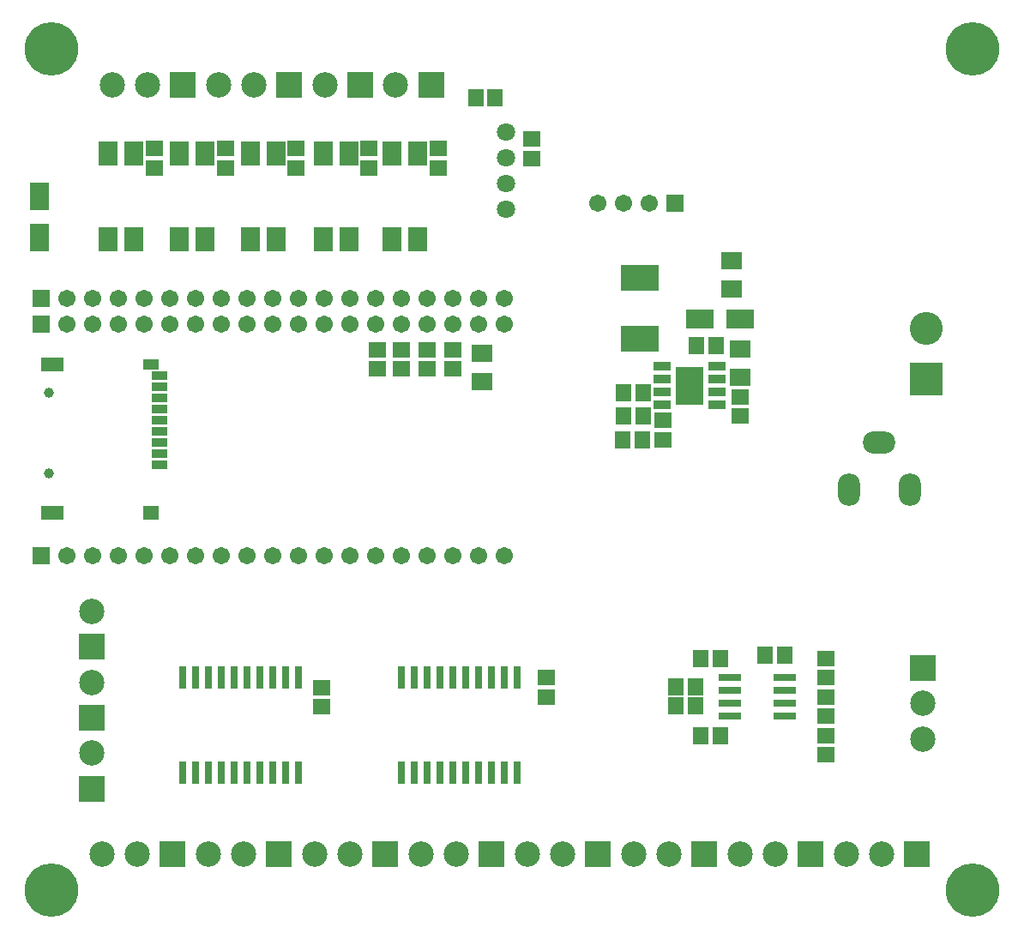
<source format=gbr>
G04 DipTrace 3.3.1.3*
G04 TopMask.gbr*
%MOIN*%
G04 #@! TF.FileFunction,Soldermask,Top*
G04 #@! TF.Part,Single*
%ADD55C,0.03937*%
%ADD65R,0.074929X0.106425*%
%ADD67R,0.031622X0.08674*%
%ADD69R,0.08674X0.031622*%
%ADD71R,0.11115X0.146189*%
%ADD73R,0.070992X0.032016*%
%ADD75C,0.098551*%
%ADD77R,0.098551X0.098551*%
%ADD79C,0.128*%
%ADD81R,0.128X0.128*%
%ADD83C,0.070992*%
%ADD85R,0.074929X0.094614*%
%ADD87C,0.208*%
%ADD89R,0.145795X0.10052*%
%ADD91O,0.12611X0.08674*%
%ADD93O,0.08674X0.12611*%
%ADD95R,0.063118X0.039496*%
%ADD97R,0.063118X0.055244*%
%ADD99R,0.08674X0.055244*%
%ADD101R,0.059181X0.035559*%
%ADD103C,0.067055*%
%ADD105R,0.067055X0.067055*%
%ADD107R,0.106425X0.074929*%
%ADD109R,0.067055X0.059181*%
%ADD111R,0.059181X0.067055*%
%ADD113R,0.078866X0.070992*%
%FSLAX26Y26*%
G04*
G70*
G90*
G75*
G01*
G04 TopMask*
%LPD*%
D113*
X3209200Y2633200D3*
Y2522964D3*
D111*
X3040200Y2646200D3*
X3115003D3*
D113*
X2206200Y2506200D3*
Y2616436D3*
D111*
X2832200Y2464200D3*
X2757397D3*
D109*
X2399949Y3449949D3*
Y3375146D3*
D113*
X3175966Y2866221D3*
Y2976457D3*
D111*
X3381200Y1443700D3*
X3306397D3*
D109*
X1581200Y1318700D3*
Y1243897D3*
X2456200Y1356200D3*
Y1281397D3*
D107*
X3053200Y2750200D3*
X3210680D3*
D105*
X493700Y2831200D3*
D103*
X593700D3*
X693700D3*
X793700D3*
X893700D3*
X993700D3*
X1093700D3*
X1193700D3*
X1293700D3*
X1393700D3*
X1493700D3*
X1593700D3*
X1693700D3*
X1793700D3*
X1893700D3*
X1993700D3*
X2093700D3*
X2193700D3*
X2293700D3*
D105*
X2956200Y3199949D3*
D103*
X2856200D3*
X2756200D3*
X2656200D3*
D105*
X493700Y2731200D3*
D103*
X593700D3*
X693700D3*
X793700D3*
X893700D3*
X993700D3*
X1093700D3*
X1193700D3*
X1293700D3*
X1393700D3*
X1493700D3*
X1593700D3*
X1693700D3*
X1793700D3*
X1893700D3*
X1993700D3*
X2093700D3*
X2193700D3*
X2293700D3*
D105*
X493700Y1831200D3*
D103*
X593700D3*
X693700D3*
X793700D3*
X893700D3*
X993700D3*
X1093700D3*
X1193700D3*
X1293700D3*
X1393700D3*
X1493700D3*
X1593700D3*
X1693700D3*
X1793700D3*
X1893700D3*
X1993700D3*
X2093700D3*
X2193700D3*
X2293700D3*
D101*
X952350Y2185402D3*
Y2228709D3*
Y2272016D3*
Y2315323D3*
Y2358630D3*
Y2401938D3*
Y2445245D3*
Y2488552D3*
Y2531859D3*
D99*
X536995Y1997213D3*
D97*
X918885D3*
D95*
Y2575166D3*
D99*
X536995D3*
D55*
X521247Y2464536D3*
Y2149575D3*
D93*
X3631889Y2086613D3*
X3868109D3*
D91*
X3749999Y2271653D3*
D89*
X2819754Y2672491D3*
Y2910680D3*
D87*
X531495Y531495D3*
X4114172D3*
Y3799212D3*
X531495D3*
D85*
X853838Y3393700D3*
X753838D3*
Y3059054D3*
X853838D3*
X1129428Y3393700D3*
X1029428D3*
Y3059054D3*
X1129428D3*
X1405019Y3393700D3*
X1305019D3*
Y3059054D3*
X1405019D3*
X1687794Y3393700D3*
X1587794D3*
Y3059054D3*
X1687794D3*
X1956200Y3393700D3*
X1856200D3*
Y3059054D3*
X1956200D3*
D83*
X2299901Y3177165D3*
Y3277165D3*
Y3377165D3*
Y3477165D3*
D109*
X3209200Y2373200D3*
Y2448003D3*
D111*
X2832200Y2373200D3*
X2757397D3*
X2754200Y2282200D3*
X2829003D3*
D109*
X2910200D3*
Y2357003D3*
D111*
X2181791Y3610235D3*
X2256594D3*
X3034842Y1321948D3*
X2960039D3*
X3131200Y1431200D3*
X3056397D3*
X3034842Y1246948D3*
X2960039D3*
X3131200Y1131200D3*
X3056397D3*
D109*
X932578Y3413385D3*
Y3338582D3*
X1208169Y3413385D3*
Y3338582D3*
X1483759Y3413385D3*
Y3338582D3*
X1766535Y3413385D3*
Y3338582D3*
X2034940Y3413385D3*
Y3338582D3*
X3543700Y1131200D3*
Y1056397D3*
Y1431200D3*
Y1356397D3*
X1993700Y2556200D3*
Y2631003D3*
X1893700Y2556200D3*
Y2631003D3*
X1799949Y2556200D3*
Y2631003D3*
X2093700Y2556200D3*
Y2631003D3*
X3543700Y1281200D3*
Y1206397D3*
D81*
X3931200Y2518700D3*
D79*
Y2715550D3*
D77*
X1043306Y3661417D3*
D75*
X905511D3*
X767716D3*
D77*
X1456692D3*
D75*
X1318897D3*
X1181102D3*
D77*
X1732283D3*
D75*
X1594487D3*
D77*
X2007873D3*
D75*
X1870078D3*
D77*
X3918700Y1393700D3*
D75*
Y1255905D3*
Y1118109D3*
D77*
X1830708Y669291D3*
D75*
X1692913D3*
X1555117D3*
D77*
X2244094D3*
D75*
X2106298D3*
X1968503D3*
D77*
X1003936D3*
D75*
X866141D3*
X728346D3*
D77*
X1417322D3*
D75*
X1279527D3*
X1141731D3*
D77*
X688976Y1200787D3*
D75*
Y1338582D3*
D77*
Y925196D3*
D75*
Y1062991D3*
D77*
X2657480Y669291D3*
D75*
X2519684D3*
X2381889D3*
D77*
X3070865D3*
D75*
X2933070D3*
X2795275D3*
D77*
X3484251D3*
D75*
X3346456D3*
X3208661D3*
D77*
X3897637D3*
D75*
X3759842D3*
X3622046D3*
D77*
X688976Y1476377D3*
D75*
Y1614172D3*
D73*
X2907245Y2566252D3*
Y2516252D3*
Y2466252D3*
Y2416252D3*
X3119843D3*
Y2466252D3*
Y2516252D3*
Y2566252D3*
D71*
X3013544Y2491252D3*
D69*
X3168700Y1356200D3*
Y1306200D3*
Y1256200D3*
Y1206200D3*
X3381298D3*
Y1256200D3*
Y1306200D3*
Y1356200D3*
D67*
X1493700D3*
X1443700D3*
X1393700D3*
X1343700D3*
X1293700D3*
X1243700D3*
X1193700D3*
X1143700D3*
X1093700D3*
X1043700D3*
Y986121D3*
X1093700D3*
X1143700D3*
X1193700D3*
X1243700D3*
X1293700D3*
X1343700D3*
X1393700D3*
X1443700D3*
X1493700D3*
X2343700Y1356200D3*
X2293700D3*
X2243700D3*
X2193700D3*
X2143700D3*
X2093700D3*
X2043700D3*
X1993700D3*
X1943700D3*
X1893700D3*
Y986121D3*
X1943700D3*
X1993700D3*
X2043700D3*
X2093700D3*
X2143700D3*
X2193700D3*
X2243700D3*
X2293700D3*
X2343700D3*
D65*
X487449Y3068700D3*
Y3226180D3*
M02*

</source>
